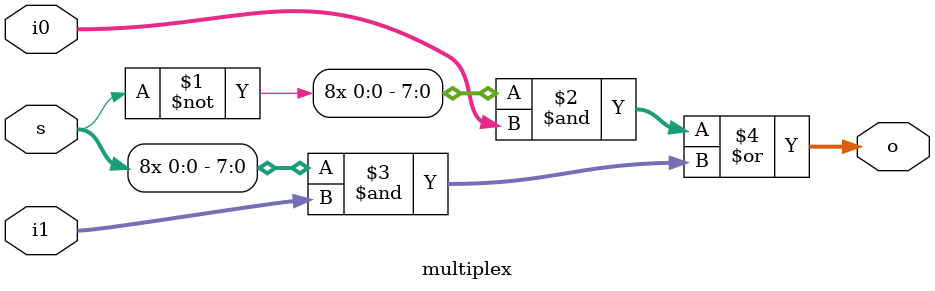
<source format=v>
`timescale 1ns / 1ps


module multiplex(
    input [7:0]i0,
    input [7:0]i1,
    input s,
    output [7:0]o
    );
    
    assign o = ({8{~s}} & i0) | ({8{s}} & i1);
endmodule

</source>
